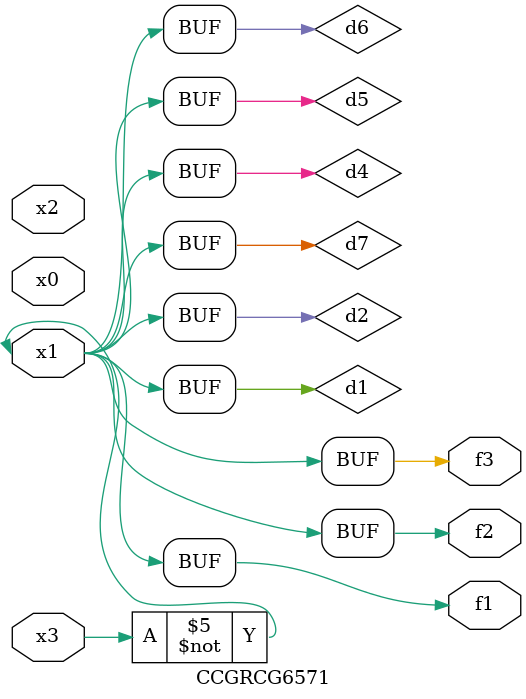
<source format=v>
module CCGRCG6571(
	input x0, x1, x2, x3,
	output f1, f2, f3
);

	wire d1, d2, d3, d4, d5, d6, d7;

	not (d1, x3);
	buf (d2, x1);
	xnor (d3, d1, d2);
	nor (d4, d1);
	buf (d5, d1, d2);
	buf (d6, d4, d5);
	nand (d7, d4);
	assign f1 = d6;
	assign f2 = d7;
	assign f3 = d6;
endmodule

</source>
